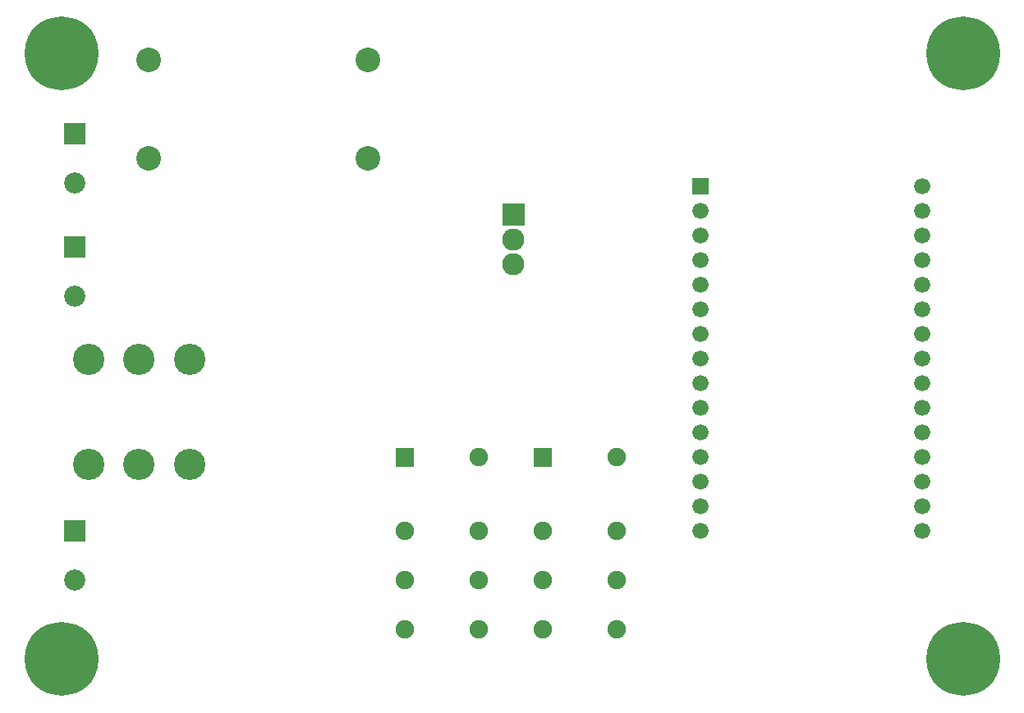
<source format=gbr>
G04 start of page 7 for group -4062 idx -4062 *
G04 Title: (unknown), soldermask *
G04 Creator: pcb 4.0.2 *
G04 CreationDate: Wed Jul  1 19:45:12 2020 UTC *
G04 For: ndholmes *
G04 Format: Gerber/RS-274X *
G04 PCB-Dimensions (mil): 4000.00 2800.00 *
G04 PCB-Coordinate-Origin: lower left *
%MOIN*%
%FSLAX25Y25*%
%LNBOTTOMMASK*%
%ADD72C,0.1270*%
%ADD71C,0.0750*%
%ADD70C,0.0860*%
%ADD69C,0.0900*%
%ADD68C,0.0660*%
%ADD67C,0.0001*%
%ADD66C,0.1000*%
%ADD65C,0.2997*%
G54D65*X17000Y263000D03*
G54D66*X52512Y260500D03*
X141488D03*
G54D65*X383000Y263000D03*
G54D67*G36*
X273200Y212300D02*Y205700D01*
X279800D01*
Y212300D01*
X273200D01*
G37*
G54D68*X276500Y199000D03*
Y189000D03*
X366500Y209000D03*
Y199000D03*
Y189000D03*
G54D66*X52512Y220500D03*
X141488D03*
G54D69*X200500Y177500D03*
Y187500D03*
G54D67*G36*
X196000Y202000D02*Y193000D01*
X205000D01*
Y202000D01*
X196000D01*
G37*
G54D65*X17000Y17000D03*
G54D67*G36*
X18200Y73300D02*Y64700D01*
X26800D01*
Y73300D01*
X18200D01*
G37*
G54D70*X22500Y49000D03*
G54D67*G36*
X152750Y102750D02*Y95250D01*
X160250D01*
Y102750D01*
X152750D01*
G37*
G54D71*X156500Y69000D03*
Y49000D03*
Y29000D03*
X186500D03*
Y49000D03*
Y69000D03*
Y99000D03*
G54D67*G36*
X208750Y102750D02*Y95250D01*
X216250D01*
Y102750D01*
X208750D01*
G37*
G54D71*X242500Y99000D03*
X212500Y69000D03*
Y49000D03*
Y29000D03*
X242500D03*
Y49000D03*
Y69000D03*
G54D72*X28000Y138750D03*
G54D67*G36*
X18200Y188800D02*Y180200D01*
X26800D01*
Y188800D01*
X18200D01*
G37*
G54D70*X22500Y164500D03*
G54D67*G36*
X18200Y234800D02*Y226200D01*
X26800D01*
Y234800D01*
X18200D01*
G37*
G54D70*X22500Y210500D03*
G54D72*X48500Y138750D03*
X69000D03*
X28000Y96250D03*
X48500D03*
X69000D03*
G54D68*X276500Y179000D03*
Y169000D03*
Y159000D03*
Y149000D03*
Y139000D03*
Y129000D03*
Y119000D03*
Y109000D03*
Y99000D03*
X366500Y179000D03*
Y169000D03*
Y159000D03*
Y149000D03*
Y139000D03*
Y129000D03*
Y119000D03*
Y109000D03*
Y99000D03*
X276500Y89000D03*
Y79000D03*
X366500Y89000D03*
Y79000D03*
G54D65*X383000Y17000D03*
G54D68*X276500Y69000D03*
X366500D03*
M02*

</source>
